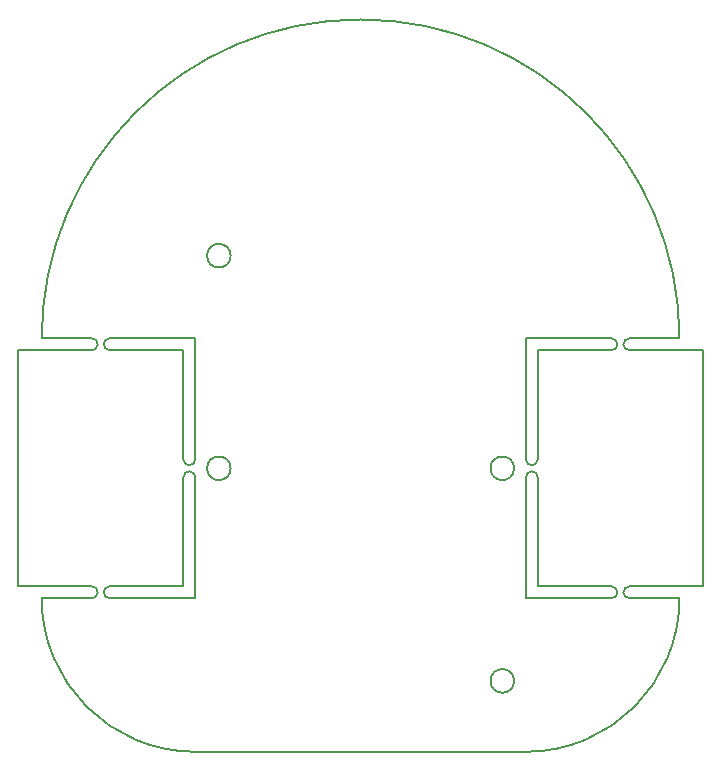
<source format=gm1>
G04 #@! TF.FileFunction,Profile,NP*
%FSLAX46Y46*%
G04 Gerber Fmt 4.6, Leading zero omitted, Abs format (unit mm)*
G04 Created by KiCad (PCBNEW 4.0.1-stable) date 2016/12/03 22:11:57*
%MOMM*%
G01*
G04 APERTURE LIST*
%ADD10C,0.100000*%
%ADD11C,0.150000*%
G04 APERTURE END LIST*
D10*
D11*
X121750000Y-144000000D02*
G75*
G03X121250000Y-144500000I0J-500000D01*
G01*
X121250000Y-144500000D02*
G75*
G03X121750000Y-145000000I500000J0D01*
G01*
X120750000Y-144500000D02*
G75*
G03X120250000Y-144000000I-500000J0D01*
G01*
X120250000Y-145000000D02*
G75*
G03X120750000Y-144500000I0J500000D01*
G01*
X164250000Y-145000000D02*
G75*
G03X164750000Y-144500000I0J500000D01*
G01*
X164750000Y-144500000D02*
G75*
G03X164250000Y-144000000I-500000J0D01*
G01*
X165750000Y-144000000D02*
G75*
G03X165250000Y-144500000I0J-500000D01*
G01*
X165250000Y-144500000D02*
G75*
G03X165750000Y-145000000I500000J0D01*
G01*
X172000000Y-144000000D02*
X165750000Y-144000000D01*
X165750000Y-145000000D02*
X170000000Y-145000000D01*
X157000000Y-145000000D02*
X164250000Y-145000000D01*
X158000000Y-144000000D02*
X164250000Y-144000000D01*
X120250000Y-145000000D02*
X116000000Y-145000000D01*
X129000000Y-145000000D02*
X121750000Y-145000000D01*
X121750000Y-144000000D02*
X128000000Y-144000000D01*
X114000000Y-144000000D02*
X120250000Y-144000000D01*
X128000000Y-133250000D02*
G75*
G03X128500000Y-133750000I500000J0D01*
G01*
X128500000Y-133750000D02*
G75*
G03X129000000Y-133250000I0J500000D01*
G01*
X129000000Y-134750000D02*
G75*
G03X128500000Y-134250000I-500000J0D01*
G01*
X128500000Y-134250000D02*
G75*
G03X128000000Y-134750000I0J-500000D01*
G01*
X128000000Y-144000000D02*
X128000000Y-134750000D01*
X129000000Y-134750000D02*
X129000000Y-145000000D01*
X129000000Y-123000000D02*
X129000000Y-133250000D01*
X128000000Y-133250000D02*
X128000000Y-124000000D01*
X120250000Y-124000000D02*
G75*
G03X120750000Y-123500000I0J500000D01*
G01*
X120750000Y-123500000D02*
G75*
G03X120250000Y-123000000I-500000J0D01*
G01*
X121250000Y-123500000D02*
G75*
G03X121750000Y-124000000I500000J0D01*
G01*
X121750000Y-123000000D02*
G75*
G03X121250000Y-123500000I0J-500000D01*
G01*
X121750000Y-123000000D02*
X129000000Y-123000000D01*
X116000000Y-123000000D02*
X120250000Y-123000000D01*
X121750000Y-124000000D02*
X128000000Y-124000000D01*
X114000000Y-124000000D02*
X120250000Y-124000000D01*
X114000000Y-144000000D02*
X114000000Y-124000000D01*
X158000000Y-133250000D02*
X158000000Y-133000000D01*
X157000000Y-133250000D02*
X157000000Y-133000000D01*
X157000000Y-135000000D02*
X157000000Y-134750000D01*
X158000000Y-135000000D02*
X158000000Y-134750000D01*
X164000000Y-124000000D02*
X164250000Y-124000000D01*
X164250000Y-123000000D02*
X164000000Y-123000000D01*
X166000000Y-123000000D02*
X165750000Y-123000000D01*
X166000000Y-124000000D02*
X165750000Y-124000000D01*
X165750000Y-123000000D02*
G75*
G03X165250000Y-123500000I0J-500000D01*
G01*
X165250000Y-123500000D02*
G75*
G03X165750000Y-124000000I500000J0D01*
G01*
X164250000Y-124000000D02*
G75*
G03X164750000Y-123500000I0J500000D01*
G01*
X164750000Y-123500000D02*
G75*
G03X164250000Y-123000000I-500000J0D01*
G01*
X166000000Y-123000000D02*
X170000000Y-123000000D01*
X157000000Y-123000000D02*
X164000000Y-123000000D01*
X164000000Y-124000000D02*
X158000000Y-124000000D01*
X172000000Y-124000000D02*
X166000000Y-124000000D01*
X157000000Y-133250000D02*
G75*
G03X157500000Y-133750000I500000J0D01*
G01*
X157500000Y-133750000D02*
G75*
G03X158000000Y-133250000I0J500000D01*
G01*
X158000000Y-134750000D02*
G75*
G03X157500000Y-134250000I-500000J0D01*
G01*
X157500000Y-134250000D02*
G75*
G03X157000000Y-134750000I0J-500000D01*
G01*
X157000000Y-135000000D02*
X157000000Y-145000000D01*
X157000000Y-123000000D02*
X157000000Y-133000000D01*
X158000000Y-133000000D02*
X158000000Y-124000000D01*
X158000000Y-144000000D02*
X158000000Y-135000000D01*
X172000000Y-124000000D02*
X172000000Y-144000000D01*
X129000000Y-158000000D02*
X157000000Y-158000000D01*
X116000000Y-145000000D02*
G75*
G03X129000000Y-158000000I13000000J0D01*
G01*
X157000000Y-158000000D02*
G75*
G03X170000000Y-145000000I0J13000000D01*
G01*
X170000000Y-123000000D02*
G75*
G03X143000000Y-96000000I-27000000J0D01*
G01*
X143000000Y-96000000D02*
G75*
G03X116000000Y-123000000I0J-27000000D01*
G01*
X156000000Y-152000000D02*
G75*
G03X156000000Y-152000000I-1000000J0D01*
G01*
X156000000Y-134000000D02*
G75*
G03X156000000Y-134000000I-1000000J0D01*
G01*
X132000000Y-116000000D02*
G75*
G03X132000000Y-116000000I-1000000J0D01*
G01*
X132000000Y-134000000D02*
G75*
G03X132000000Y-134000000I-1000000J0D01*
G01*
M02*

</source>
